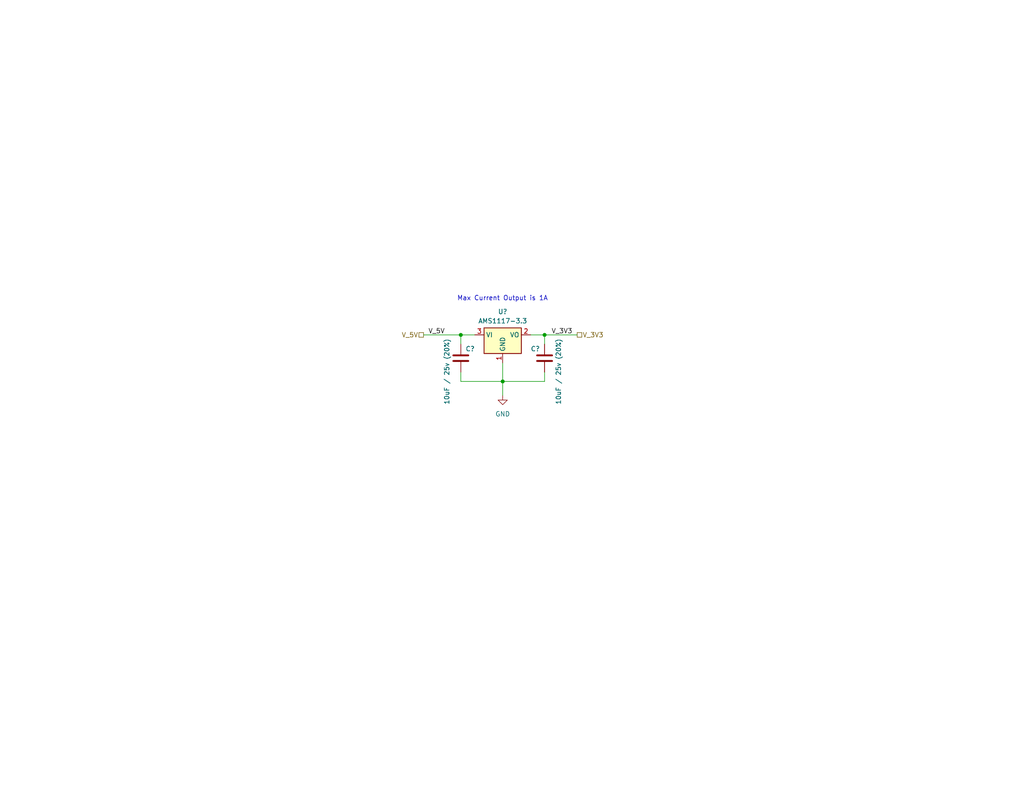
<source format=kicad_sch>
(kicad_sch (version 20250114) (generator "eeschema") (generator_version "9.0")
  (paper "USLetter")
  (title_block (title "5v to 3v3 Regulator") (date "2025-08-21") (rev "4") (company "FireLabs") (comment 1 "Adaléa Reed"))
  (lib_symbols
    (symbol "Device:C" (pin_numbers (hide yes)) (pin_names (offset 0.254))
      (property "Reference" "C" (at 0.635 2.54 0))
      (property "Value" "C" (at 0.635 -2.54 0))
      (symbol "C_0_1"
        (polyline (pts (xy -2.032 0.762) (xy 2.032 0.762)) (stroke (width 0.508)))
        (polyline (pts (xy -2.032 -0.762) (xy 2.032 -0.762)) (stroke (width 0.508)))
      )
      (symbol "C_1_1"
        (pin passive line (at 0 3.81 270) (length 2.794) (name "~") (number "1"))
        (pin passive line (at 0 -3.81 90) (length 2.794) (name "~") (number "2"))
      )
    )
    (symbol "Regulator_Linear:AMS1117-3.3"
      (property "Reference" "U" (at -3.81 3.175 0))
      (property "Value" "AMS1117-3.3" (at 0 3.175 0))
      (symbol "AMS1117-3.3_0_1"
        (rectangle (start -5.08 -5.08) (end 5.08 1.905) (stroke (width 0.254)) (fill (type background)))
      )
      (symbol "AMS1117-3.3_1_1"
        (pin power_in line (at -7.62 0 0) (length 2.54) (name "VI") (number "3"))
        (pin power_in line (at 0 -7.62 90) (length 2.54) (name "GND") (number "1"))
        (pin power_out line (at 7.62 0 180) (length 2.54) (name "VO") (number "2"))
      )
    )
    (symbol "power:GND" (power) (pin_names (offset 0))
      (property "Value" "GND" (at 0 -3.81 0))
      (symbol "GND_0_1"
        (polyline (pts (xy 0 0) (xy 0 -1.27) (xy 1.27 -1.27) (xy 0 -2.54) (xy -1.27 -1.27) (xy 0 -1.27)))
      )
      (symbol "GND_1_1"
        (pin power_in line (at 0 0 270) (length 0) (hide yes) (name "GND") (number "1"))
      )
    )
  )
  (text "Max Current Output is 1A" (at 124.714 82.296 0) (effects (font (size 1.27 1.27)) (justify left bottom)))
  (junction (at 148.59 91.44))
  (junction (at 125.73 91.44))
  (junction (at 137.16 104.14))
  (wire (pts (xy 148.59 104.14) (xy 137.16 104.14)))
  (wire (pts (xy 148.59 101.6) (xy 148.59 104.14)))
  (wire (pts (xy 137.16 99.06) (xy 137.16 104.14)))
  (wire (pts (xy 115.57 91.44) (xy 125.73 91.44)))
  (wire (pts (xy 148.59 91.44) (xy 157.48 91.44)))
  (wire (pts (xy 125.73 91.44) (xy 129.54 91.44)))
  (wire (pts (xy 125.73 91.44) (xy 125.73 93.98)))
  (wire (pts (xy 148.59 91.44) (xy 148.59 93.98)))
  (wire (pts (xy 125.73 101.6) (xy 125.73 104.14)))
  (wire (pts (xy 144.78 91.44) (xy 148.59 91.44)))
  (wire (pts (xy 137.16 104.14) (xy 137.16 107.95)))
  (wire (pts (xy 137.16 104.14) (xy 125.73 104.14)))
  (label "V_5V" (at 116.84 91.44 0))
  (label "V_3V3" (at 156.21 91.44 180))
  (hierarchical_label "V_5V" (shape passive) (at 115.57 91.44 180))
  (hierarchical_label "V_3V3" (shape passive) (at 157.48 91.44 0))
  (symbol (lib_id "Device:C") (at 148.59 97.79 0) (unit 1)
    (property "Reference" "C?" (at 144.78 95.25 0) (effects (justify left)))
    (property "Value" "10uF / 25v (20%)" (at 152.4 110.49 90) (effects (justify left)))
    (property "Footprint" "Capacitor_SMD:C_0603_1608Metric" (effects (hide yes)))
    (property "DigiKey" "1276-1869-1-ND" (effects (hide yes)))
  )
  (symbol (lib_id "Device:C") (at 125.73 97.79 0) (unit 1)
    (property "Reference" "C?" (at 127 95.25 0) (effects (justify left)))
    (property "Value" "10uF / 25v (20%)" (at 121.92 110.49 90) (effects (justify left)))
    (property "Footprint" "Capacitor_SMD:C_0603_1608Metric" (effects (hide yes)))
    (property "DigiKey" "1276-1869-1-ND" (effects (hide yes)))
  )
  (symbol (lib_id "power:GND") (at 137.16 107.95 0) (unit 1)
    (property "Reference" "#PWR?" (effects (hide yes)))
    (property "Value" "GND" (at 137.16 113.03 0))
  )
  (symbol (lib_id "Regulator_Linear:AMS1117-3.3") (at 137.16 91.44 0) (unit 1)
    (property "Reference" "U?" (at 137.16 85.09 0))
    (property "Value" "AMS1117-3.3" (at 137.16 87.63 0))
    (property "Footprint" "Package_TO_SOT_SMD:SOT-223-3_TabPin2" (effects (hide yes)))
    (property "Datasheet" "https://media.digikey.com/pdf/Data%20Sheets/UTD%20Semi%20PDFs/AMS1117.pdf" (effects (hide yes)))
    (property "DigiKey" "4518-AMS1117CD-3.3CT-ND" (effects (hide yes)))
  )
)
</source>
